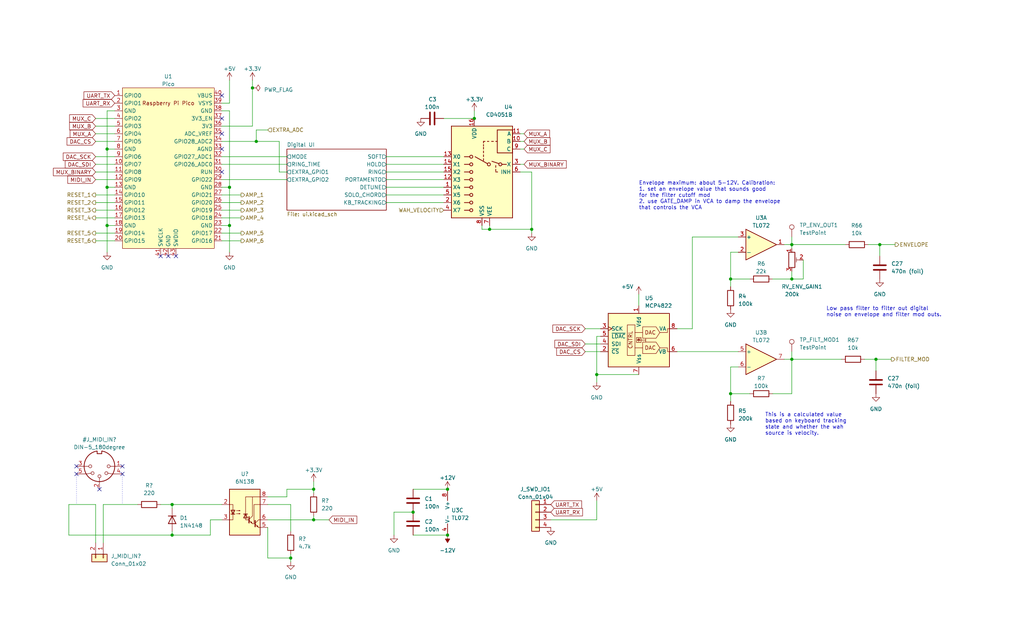
<source format=kicad_sch>
(kicad_sch (version 20230121) (generator eeschema)
  (paper "User" 340.004 210.007)
  (lib_symbols
    (symbol "+3.3V_1" (power) (pin_names (offset 0))
      (property "Value" "+3.3V_1" (at 0 3.556 0))
      (symbol "+3.3V_1_0_1"
        (polyline (pts (xy -0.762 1.27) (xy 0 2.54)))
        (polyline (pts (xy 0 0) (xy 0 2.54)))
        (polyline (pts (xy 0 2.54) (xy 0.762 1.27)))
      )
      (symbol "+3.3V_1_1_1"
        (pin power_in line (at 0 0 90) (length 0) hide (name "+3.3V") (number "1"))
      )
    )
    (symbol "Amplifier_Operational:TL072" (pin_names (offset 0.127))
      (property "Reference" "U" (at 0 5.08 0))
      (property "Value" "TL072" (at 0 -5.08 0))
      (symbol "TL072_1_1"
        (polyline (pts (xy -5.08 5.08) (xy 5.08 0) (xy -5.08 -5.08) (xy -5.08 5.08)) (stroke (width 0.254)) (fill (type background)))
        (pin output line (at 7.62 0 180) (length 2.54) (name "~") (number "1"))
        (pin input line (at -7.62 -2.54 0) (length 2.54) (name "-") (number "2"))
        (pin input line (at -7.62 2.54 0) (length 2.54) (name "+") (number "3"))
      )
      (symbol "TL072_2_1"
        (polyline (pts (xy -5.08 5.08) (xy 5.08 0) (xy -5.08 -5.08) (xy -5.08 5.08)) (stroke (width 0.254)) (fill (type background)))
        (pin input line (at -7.62 2.54 0) (length 2.54) (name "+") (number "5"))
        (pin input line (at -7.62 -2.54 0) (length 2.54) (name "-") (number "6"))
        (pin output line (at 7.62 0 180) (length 2.54) (name "~") (number "7"))
      )
      (symbol "TL072_3_1"
        (pin power_in line (at -2.54 -7.62 90) (length 3.81) (name "V-") (number "4"))
        (pin power_in line (at -2.54 7.62 270) (length 3.81) (name "V+") (number "8"))
      )
    )
    (symbol "Analog_DAC:MCP4822" (pin_names (offset 1.016))
      (property "Reference" "U" (at -2.54 10.795 0))
      (property "Value" "MCP4822" (at -2.54 8.89 0))
      (symbol "MCP4822_0_0"
        (polyline (pts (xy 0 -1.778) (xy 0 -0.635)))
        (polyline (pts (xy 0.381 -0.889) (xy 0.508 -0.762)))
        (polyline (pts (xy 2.286 -1.143) (xy 2.286 -1.905)))
        (polyline (pts (xy 0.381 -0.889) (xy -0.381 -0.889) (xy -0.508 -1.016)))
        (polyline (pts (xy 0.762 -1.27) (xy 2.286 -1.27) (xy 2.286 -0.762)))
        (polyline (pts (xy 0 -0.889) (xy 0.508 -1.397) (xy -0.508 -1.397) (xy 0 -0.889)))
        (polyline (pts (xy 6.985 -3.81) (xy 9.525 -3.81) (xy 9.525 -5.08) (xy 10.16 -5.08)))
        (polyline (pts (xy 6.985 1.27) (xy 9.525 1.27) (xy 9.525 2.54) (xy 10.16 2.54)))
        (rectangle (start 0.762 -0.381) (end -0.762 -2.032))
        (text "CNTRL" (at -2.032 -4.191 900) (effects (font (size 1.27 1.27)) (justify left bottom)))
        (text "DAC" (at 3.81 -3.81 0) (effects (font (size 1.27 1.27))))
        (text "DAC" (at 3.81 1.27 0) (effects (font (size 1.27 1.27))))
      )
      (symbol "MCP4822_0_1"
        (rectangle (start -10.16 7.62) (end 10.16 -10.16) (stroke (width 0.254)) (fill (type background)))
        (rectangle (start -1.27 -6.35) (end -3.81 3.81))
        (polyline (pts (xy 1.27 -3.81) (xy -1.27 -3.81)))
        (polyline (pts (xy 1.27 1.27) (xy -1.27 1.27)))
        (polyline (pts (xy 6.985 -3.81) (xy 5.715 -1.905) (xy 1.27 -1.905) (xy 1.27 -5.715) (xy 5.715 -5.715) (xy 6.985 -3.81)))
        (polyline (pts (xy 6.985 1.27) (xy 5.715 3.175) (xy 1.27 3.175) (xy 1.27 -0.635) (xy 5.715 -0.635) (xy 6.985 1.27)))
      )
      (symbol "MCP4822_1_1"
        (pin power_in line (at 0 10.16 270) (length 2.54) (name "Vdd") (number "1"))
        (pin input line (at -12.7 -5.08 0) (length 2.54) (name "~{CS}") (number "2"))
        (pin input clock (at -12.7 2.54 0) (length 2.54) (name "SCK") (number "3"))
        (pin input line (at -12.7 -2.54 0) (length 2.54) (name "SDI") (number "4"))
        (pin input line (at -12.7 0 0) (length 2.54) (name "~{LDAC}") (number "5"))
        (pin output line (at 12.7 -5.08 180) (length 2.54) (name "VB") (number "6"))
        (pin power_in line (at 0 -12.7 90) (length 2.54) (name "Vss") (number "7"))
        (pin output line (at 12.7 2.54 180) (length 2.54) (name "VA") (number "8"))
      )
    )
    (symbol "Analog_Switch:CD4051B"
      (property "Reference" "U" (at -10.16 16.51 0))
      (property "Value" "CD4051B" (at 3.81 16.51 0))
      (symbol "CD4051B_0_1"
        (rectangle (start -10.16 6.35) (end -5.08 13.97) (stroke (width 0.254)))
        (rectangle (start -10.16 15.24) (end 10.16 -15.24) (stroke (width 0.254)) (fill (type background)))
        (circle (center -6.096 2.54) (radius 0.508) (stroke (width 0.254)))
        (circle (center -2.286 2.54) (radius 0.508) (stroke (width 0.254)))
        (polyline (pts (xy -8.128 2.54) (xy -6.604 2.54)) (stroke (width 0.254)))
        (polyline (pts (xy -5.588 2.794) (xy -3.302 3.556)) (stroke (width 0.254)))
        (polyline (pts (xy -4.572 0) (xy -5.207 0)) (stroke (width 0.254)))
        (polyline (pts (xy -4.572 0.254) (xy -4.572 0.889)) (stroke (width 0.254)))
        (polyline (pts (xy -4.572 1.524) (xy -4.572 2.159)) (stroke (width 0.254)))
        (polyline (pts (xy -4.572 10.16) (xy -5.08 10.16)) (stroke (width 0.254)))
        (polyline (pts (xy -3.81 10.16) (xy -3.175 10.16)) (stroke (width 0.254)))
        (polyline (pts (xy -1.778 2.794) (xy 2.286 5.08)) (stroke (width 0.254)))
        (polyline (pts (xy -1.778 10.16) (xy -2.286 10.16)) (stroke (width 0.254)))
        (polyline (pts (xy -0.508 3.81) (xy -0.508 4.445)) (stroke (width 0.254)))
        (polyline (pts (xy -0.508 5.08) (xy -0.508 5.715)) (stroke (width 0.254)))
        (polyline (pts (xy -0.508 6.35) (xy -0.508 6.985)) (stroke (width 0.254)))
        (polyline (pts (xy -0.508 7.62) (xy -0.508 8.255)) (stroke (width 0.254)))
        (polyline (pts (xy -0.508 8.636) (xy -0.508 9.144)) (stroke (width 0.254)))
        (polyline (pts (xy -0.508 9.652) (xy -0.508 10.16)) (stroke (width 0.254)))
        (polyline (pts (xy -0.508 10.16) (xy -1.016 10.16)) (stroke (width 0.254)))
        (polyline (pts (xy 4.064 -12.7) (xy 5.842 -12.7)) (stroke (width 0.254)))
        (polyline (pts (xy 4.064 -10.16) (xy 5.842 -10.16)) (stroke (width 0.254)))
        (polyline (pts (xy 4.064 -7.62) (xy 5.842 -7.62)) (stroke (width 0.254)))
        (polyline (pts (xy 4.064 -5.08) (xy 5.842 -5.08)) (stroke (width 0.254)))
        (polyline (pts (xy 4.064 -2.54) (xy 5.842 -2.54)) (stroke (width 0.254)))
        (polyline (pts (xy 4.064 0) (xy 5.842 0)) (stroke (width 0.254)))
        (polyline (pts (xy 4.064 2.54) (xy 5.842 2.54)) (stroke (width 0.254)))
        (polyline (pts (xy 4.064 5.08) (xy 5.842 5.08)) (stroke (width 0.254)))
        (circle (center 3.556 -12.7) (radius 0.508) (stroke (width 0.254)))
        (circle (center 3.556 -10.16) (radius 0.508) (stroke (width 0.254)))
        (circle (center 3.556 -7.62) (radius 0.508) (stroke (width 0.254)))
        (circle (center 3.556 -5.08) (radius 0.508) (stroke (width 0.254)))
        (circle (center 3.556 -2.54) (radius 0.508) (stroke (width 0.254)))
        (circle (center 3.556 0) (radius 0.508) (stroke (width 0.254)))
        (circle (center 3.556 2.54) (radius 0.508) (stroke (width 0.254)))
        (circle (center 3.556 5.08) (radius 0.508) (stroke (width 0.254)))
      )
      (symbol "CD4051B_1_1"
        (pin bidirectional line (at 12.7 -5.08 180) (length 2.54) (name "X4") (number "1"))
        (pin input line (at -12.7 10.16 0) (length 2.54) (name "B") (number "10"))
        (pin input line (at -12.7 12.7 0) (length 2.54) (name "A") (number "11"))
        (pin bidirectional line (at 12.7 -2.54 180) (length 2.54) (name "X3") (number "12"))
        (pin bidirectional line (at 12.7 5.08 180) (length 2.54) (name "X0") (number "13"))
        (pin bidirectional line (at 12.7 2.54 180) (length 2.54) (name "X1") (number "14"))
        (pin bidirectional line (at 12.7 0 180) (length 2.54) (name "X2") (number "15"))
        (pin power_in line (at 2.54 17.78 270) (length 2.54) (name "VDD") (number "16"))
        (pin bidirectional line (at 12.7 -10.16 180) (length 2.54) (name "X6") (number "2"))
        (pin bidirectional line (at -12.7 2.54 0) (length 2.54) (name "X") (number "3"))
        (pin bidirectional line (at 12.7 -12.7 180) (length 2.54) (name "X7") (number "4"))
        (pin bidirectional line (at 12.7 -7.62 180) (length 2.54) (name "X5") (number "5"))
        (pin input line (at -12.7 0 0) (length 2.54) (name "INH") (number "6"))
        (pin power_in line (at -2.54 -17.78 90) (length 2.54) (name "VEE") (number "7"))
        (pin power_in line (at 0 -17.78 90) (length 2.54) (name "VSS") (number "8"))
        (pin input line (at -12.7 7.62 0) (length 2.54) (name "C") (number "9"))
      )
    )
    (symbol "Connector:DIN-5_180degree" (pin_names (offset 1.016))
      (property "Reference" "J" (at 3.175 5.715 0))
      (property "Value" "DIN-5_180degree" (at 0 -6.35 0))
      (symbol "DIN-5_180degree_0_1"
        (arc (start -5.08 0) (mid -3.8609 -3.3364) (end -0.762 -5.08) (stroke (width 0.254)))
        (circle (center -3.048 0) (radius 0.508))
        (circle (center -2.286 2.286) (radius 0.508))
        (polyline (pts (xy -5.08 0) (xy -3.556 0)))
        (polyline (pts (xy 0 5.08) (xy 0 3.81)))
        (polyline (pts (xy 5.08 0) (xy 3.556 0)))
        (polyline (pts (xy -5.08 2.54) (xy -4.318 2.54) (xy -2.794 2.286)))
        (polyline (pts (xy 5.08 2.54) (xy 4.318 2.54) (xy 2.794 2.286)))
        (polyline (pts (xy -0.762 -4.953) (xy -0.762 -4.191) (xy 0.762 -4.191) (xy 0.762 -4.953)) (stroke (width 0.254)))
        (circle (center 0 3.302) (radius 0.508))
        (arc (start 0.762 -5.08) (mid 3.8685 -3.343) (end 5.08 0) (stroke (width 0.254)))
        (circle (center 2.286 2.286) (radius 0.508))
        (circle (center 3.048 0) (radius 0.508))
        (arc (start 5.08 0) (mid 0 5.0579) (end -5.08 0) (stroke (width 0.254)))
      )
      (symbol "DIN-5_180degree_1_1"
        (pin passive line (at -7.62 0 0) (length 2.54) (name "~") (number "1"))
        (pin passive line (at 0 7.62 270) (length 2.54) (name "~") (number "2"))
        (pin passive line (at 7.62 0 180) (length 2.54) (name "~") (number "3"))
        (pin passive line (at -7.62 2.54 0) (length 2.54) (name "~") (number "4"))
        (pin passive line (at 7.62 2.54 180) (length 2.54) (name "~") (number "5"))
      )
    )
    (symbol "Connector:TestPoint" (pin_numbers hide) (pin_names (offset 0.762) hide)
      (property "Reference" "TP" (at 0 6.858 0))
      (property "Value" "TestPoint" (at 0 5.08 0))
      (symbol "TestPoint_0_1"
        (circle (center 0 3.302) (radius 0.762))
      )
      (symbol "TestPoint_1_1"
        (pin passive line (at 0 0 90) (length 2.54) (name "1") (number "1"))
      )
    )
    (symbol "Connector_Generic:Conn_01x02" (pin_names (offset 1.016) hide)
      (property "Reference" "J" (at 0 2.54 0))
      (property "Value" "Conn_01x02" (at 0 -5.08 0))
      (symbol "Conn_01x02_1_1"
        (rectangle (start -1.27 -2.413) (end 0 -2.667) (stroke (width 0.1524)))
        (rectangle (start -1.27 0.127) (end 0 -0.127) (stroke (width 0.1524)))
        (rectangle (start -1.27 1.27) (end 1.27 -3.81) (stroke (width 0.254)) (fill (type background)))
        (pin passive line (at -5.08 0 0) (length 3.81) (name "Pin_1") (number "1"))
        (pin passive line (at -5.08 -2.54 0) (length 3.81) (name "Pin_2") (number "2"))
      )
    )
    (symbol "Connector_Generic:Conn_01x04" (pin_names (offset 1.016) hide)
      (property "Reference" "J" (at 0 5.08 0))
      (property "Value" "Conn_01x04" (at 0 -7.62 0))
      (symbol "Conn_01x04_1_1"
        (rectangle (start -1.27 -4.953) (end 0 -5.207) (stroke (width 0.1524)))
        (rectangle (start -1.27 -2.413) (end 0 -2.667) (stroke (width 0.1524)))
        (rectangle (start -1.27 0.127) (end 0 -0.127) (stroke (width 0.1524)))
        (rectangle (start -1.27 2.667) (end 0 2.413) (stroke (width 0.1524)))
        (rectangle (start -1.27 3.81) (end 1.27 -6.35) (stroke (width 0.254)) (fill (type background)))
        (pin passive line (at -5.08 2.54 0) (length 3.81) (name "Pin_1") (number "1"))
        (pin passive line (at -5.08 0 0) (length 3.81) (name "Pin_2") (number "2"))
        (pin passive line (at -5.08 -2.54 0) (length 3.81) (name "Pin_3") (number "3"))
        (pin passive line (at -5.08 -5.08 0) (length 3.81) (name "Pin_4") (number "4"))
      )
    )
    (symbol "Device:C" (pin_numbers hide) (pin_names (offset 0.254))
      (property "Reference" "C" (at 0.635 2.54 0))
      (property "Value" "C" (at 0.635 -2.54 0))
      (symbol "C_0_1"
        (polyline (pts (xy -2.032 -0.762) (xy 2.032 -0.762)) (stroke (width 0.508)))
        (polyline (pts (xy -2.032 0.762) (xy 2.032 0.762)) (stroke (width 0.508)))
      )
      (symbol "C_1_1"
        (pin passive line (at 0 3.81 270) (length 2.794) (name "~") (number "1"))
        (pin passive line (at 0 -3.81 90) (length 2.794) (name "~") (number "2"))
      )
    )
    (symbol "Device:D" (pin_numbers hide) (pin_names (offset 1.016) hide)
      (property "Reference" "D" (at 0 2.54 0))
      (property "Value" "D" (at 0 -2.54 0))
      (symbol "D_0_1"
        (polyline (pts (xy -1.27 1.27) (xy -1.27 -1.27)) (stroke (width 0.254)))
        (polyline (pts (xy 1.27 0) (xy -1.27 0)))
        (polyline (pts (xy 1.27 1.27) (xy 1.27 -1.27) (xy -1.27 0) (xy 1.27 1.27)) (stroke (width 0.254)))
      )
      (symbol "D_1_1"
        (pin passive line (at -3.81 0 0) (length 2.54) (name "K") (number "1"))
        (pin passive line (at 3.81 0 180) (length 2.54) (name "A") (number "2"))
      )
    )
    (symbol "Device:R" (pin_numbers hide) (pin_names (offset 0))
      (property "Reference" "R" (at 2.032 0 90))
      (property "Value" "R" (at 0 0 90))
      (symbol "R_0_1"
        (rectangle (start -1.016 -2.54) (end 1.016 2.54) (stroke (width 0.254)))
      )
      (symbol "R_1_1"
        (pin passive line (at 0 3.81 270) (length 1.27) (name "~") (number "1"))
        (pin passive line (at 0 -3.81 90) (length 1.27) (name "~") (number "2"))
      )
    )
    (symbol "Device:R_Potentiometer_Trim" (pin_names (offset 1.016) hide)
      (property "Reference" "RV" (at -4.445 0 90))
      (property "Value" "R_Potentiometer_Trim" (at -2.54 0 90))
      (symbol "R_Potentiometer_Trim_0_1"
        (polyline (pts (xy 1.524 0.762) (xy 1.524 -0.762)))
        (polyline (pts (xy 2.54 0) (xy 1.524 0)))
        (rectangle (start 1.016 2.54) (end -1.016 -2.54) (stroke (width 0.254)))
      )
      (symbol "R_Potentiometer_Trim_1_1"
        (pin passive line (at 0 3.81 270) (length 1.27) (name "1") (number "1"))
        (pin passive line (at 3.81 0 180) (length 1.27) (name "2") (number "2"))
        (pin passive line (at 0 -3.81 90) (length 1.27) (name "3") (number "3"))
      )
    )
    (symbol "Isolator:6N138" (pin_names (offset 1.016) hide)
      (property "Reference" "U" (at -4.064 8.89 0))
      (property "Value" "6N138" (at 2.286 8.89 0))
      (symbol "6N138_0_1"
        (rectangle (start -5.08 7.62) (end 5.08 -7.62) (stroke (width 0.254)) (fill (type background)))
        (polyline (pts (xy -4.572 -0.635) (xy -3.302 -0.635)) (stroke (width 0.254)))
        (polyline (pts (xy 0.889 -0.635) (xy -0.381 -0.635)) (stroke (width 0.254)))
        (polyline (pts (xy 1.397 -2.667) (xy 2.54 -3.81)))
        (polyline (pts (xy 1.397 -2.413) (xy 2.54 -1.27)))
        (polyline (pts (xy 2.54 -3.81) (xy 3.175 -3.81)))
        (polyline (pts (xy 3.429 -3.937) (xy 4.572 -5.08)))
        (polyline (pts (xy 3.429 -3.683) (xy 4.572 -2.54)))
        (polyline (pts (xy 4.572 -5.08) (xy 5.08 -5.08)))
        (polyline (pts (xy 4.572 -2.54) (xy 5.08 -2.54)))
        (polyline (pts (xy 1.397 -1.524) (xy 1.397 -3.556) (xy 1.397 -3.556)) (stroke (width 0.3556)))
        (polyline (pts (xy 2.54 -1.27) (xy 2.54 5.08) (xy 5.08 5.08)))
        (polyline (pts (xy 3.429 -2.794) (xy 3.429 -4.826) (xy 3.429 -4.826)) (stroke (width 0.3556)))
        (polyline (pts (xy 5.08 2.54) (xy 3.048 2.54) (xy 3.048 -3.81)))
        (polyline (pts (xy -5.08 -2.54) (xy -3.937 -2.54) (xy -3.937 2.54) (xy -5.08 2.54)))
        (polyline (pts (xy -3.937 -0.635) (xy -4.572 0.635) (xy -3.302 0.635) (xy -3.937 -0.635)) (stroke (width 0.254)))
        (polyline (pts (xy 0.254 -0.635) (xy 0.889 -1.905) (xy -0.381 -1.905) (xy 0.254 -0.635)) (stroke (width 0.254)))
        (polyline (pts (xy 1.27 -2.54) (xy 0.254 -2.54) (xy 0.254 5.08) (xy 2.54 5.08)))
        (polyline (pts (xy 2.413 -3.683) (xy 2.159 -3.175) (xy 1.905 -3.429) (xy 2.413 -3.683)))
        (polyline (pts (xy 4.445 -4.953) (xy 4.191 -4.445) (xy 3.937 -4.699) (xy 4.445 -4.953)))
        (polyline (pts (xy -2.794 -0.508) (xy -1.524 -0.508) (xy -1.905 -0.635) (xy -1.905 -0.381) (xy -1.524 -0.508)))
        (polyline (pts (xy -2.794 0.508) (xy -1.524 0.508) (xy -1.905 0.381) (xy -1.905 0.635) (xy -1.524 0.508)))
      )
      (symbol "6N138_1_1"
        (pin no_connect line (at -5.08 5.08 0) (length 2.54) hide (name "NC") (number "1"))
        (pin passive line (at -7.62 2.54 0) (length 2.54) (name "C1") (number "2"))
        (pin passive line (at -7.62 -2.54 0) (length 2.54) (name "C2") (number "3"))
        (pin no_connect line (at -5.08 -5.08 0) (length 2.54) hide (name "NC") (number "4"))
        (pin passive line (at 7.62 -5.08 180) (length 2.54) (name "GND") (number "5"))
        (pin passive line (at 7.62 -2.54 180) (length 2.54) (name "VO2") (number "6"))
        (pin passive line (at 7.62 2.54 180) (length 2.54) (name "VO1") (number "7"))
        (pin passive line (at 7.62 5.08 180) (length 2.54) (name "VCC") (number "8"))
      )
    )
    (symbol "MCU_RaspberryPi_and_Boards:Pico"
      (property "Reference" "U" (at -13.97 27.94 0))
      (property "Value" "Pico" (at 0 19.05 0))
      (symbol "Pico_0_0"
        (text "Raspberry Pi Pico" (at 0 21.59 0) (effects (font (size 1.27 1.27))))
      )
      (symbol "Pico_0_1"
        (rectangle (start -15.24 26.67) (end 15.24 -26.67) (fill (type background)))
      )
      (symbol "Pico_1_1"
        (pin bidirectional line (at -17.78 24.13 0) (length 2.54) (name "GPIO0") (number "1"))
        (pin bidirectional line (at -17.78 1.27 0) (length 2.54) (name "GPIO7") (number "10"))
        (pin bidirectional line (at -17.78 -1.27 0) (length 2.54) (name "GPIO8") (number "11"))
        (pin bidirectional line (at -17.78 -3.81 0) (length 2.54) (name "GPIO9") (number "12"))
        (pin power_in line (at -17.78 -6.35 0) (length 2.54) (name "GND") (number "13"))
        (pin bidirectional line (at -17.78 -8.89 0) (length 2.54) (name "GPIO10") (number "14"))
        (pin bidirectional line (at -17.78 -11.43 0) (length 2.54) (name "GPIO11") (number "15"))
        (pin bidirectional line (at -17.78 -13.97 0) (length 2.54) (name "GPIO12") (number "16"))
        (pin bidirectional line (at -17.78 -16.51 0) (length 2.54) (name "GPIO13") (number "17"))
        (pin power_in line (at -17.78 -19.05 0) (length 2.54) (name "GND") (number "18"))
        (pin bidirectional line (at -17.78 -21.59 0) (length 2.54) (name "GPIO14") (number "19"))
        (pin bidirectional line (at -17.78 21.59 0) (length 2.54) (name "GPIO1") (number "2"))
        (pin bidirectional line (at -17.78 -24.13 0) (length 2.54) (name "GPIO15") (number "20"))
        (pin bidirectional line (at 17.78 -24.13 180) (length 2.54) (name "GPIO16") (number "21"))
        (pin bidirectional line (at 17.78 -21.59 180) (length 2.54) (name "GPIO17") (number "22"))
        (pin power_in line (at 17.78 -19.05 180) (length 2.54) (name "GND") (number "23"))
        (pin bidirectional line (at 17.78 -16.51 180) (length 2.54) (name "GPIO18") (number "24"))
        (pin bidirectional line (at 17.78 -13.97 180) (length 2.54) (name "GPIO19") (number "25"))
        (pin bidirectional line (at 17.78 -11.43 180) (length 2.54) (name "GPIO20") (number "26"))
        (pin bidirectional line (at 17.78 -8.89 180) (length 2.54) (name "GPIO21") (number "27"))
        (pin power_in line (at 17.78 -6.35 180) (length 2.54) (name "GND") (number "28"))
        (pin bidirectional line (at 17.78 -3.81 180) (length 2.54) (name "GPIO22") (number "29"))
        (pin power_in line (at -17.78 19.05 0) (length 2.54) (name "GND") (number "3"))
        (pin input line (at 17.78 -1.27 180) (length 2.54) (name "RUN") (number "30"))
        (pin bidirectional line (at 17.78 1.27 180) (length 2.54) (name "GPIO26_ADC0") (number "31"))
        (pin bidirectional line (at 17.78 3.81 180) (length 2.54) (name "GPIO27_ADC1") (number "32"))
        (pin power_in line (at 17.78 6.35 180) (length 2.54) (name "AGND") (number "33"))
        (pin bidirectional line (at 17.78 8.89 180) (length 2.54) (name "GPIO28_ADC2") (number "34"))
        (pin power_in line (at 17.78 11.43 180) (length 2.54) (name "ADC_VREF") (number "35"))
        (pin power_in line (at 17.78 13.97 180) (length 2.54) (name "3V3") (number "36"))
        (pin input line (at 17.78 16.51 180) (length 2.54) (name "3V3_EN") (number "37"))
        (pin bidirectional line (at 17.78 19.05 180) (length 2.54) (name "GND") (number "38"))
        (pin power_in line (at 17.78 21.59 180) (length 2.54) (name "VSYS") (number "39"))
        (pin bidirectional line (at -17.78 16.51 0) (length 2.54) (name "GPIO2") (number "4"))
        (pin power_in line (at 17.78 24.13 180) (length 2.54) (name "VBUS") (number "40"))
        (pin input line (at -2.54 -29.21 90) (length 2.54) (name "SWCLK") (number "41"))
        (pin power_in line (at 0 -29.21 90) (length 2.54) (name "GND") (number "42"))
        (pin bidirectional line (at 2.54 -29.21 90) (length 2.54) (name "SWDIO") (number "43"))
        (pin bidirectional line (at -17.78 13.97 0) (length 2.54) (name "GPIO3") (number "5"))
        (pin bidirectional line (at -17.78 11.43 0) (length 2.54) (name "GPIO4") (number "6"))
        (pin bidirectional line (at -17.78 8.89 0) (length 2.54) (name "GPIO5") (number "7"))
        (pin power_in line (at -17.78 6.35 0) (length 2.54) (name "GND") (number "8"))
        (pin bidirectional line (at -17.78 3.81 0) (length 2.54) (name "GPIO6") (number "9"))
      )
    )
    (symbol "power:+12V" (power) (pin_names (offset 0))
      (property "Value" "+12V" (at 0 3.556 0))
      (symbol "+12V_0_1"
        (polyline (pts (xy -0.762 1.27) (xy 0 2.54)))
        (polyline (pts (xy 0 0) (xy 0 2.54)))
        (polyline (pts (xy 0 2.54) (xy 0.762 1.27)))
      )
      (symbol "+12V_1_1"
        (pin power_in line (at 0 0 90) (length 0) hide (name "+12V") (number "1"))
      )
    )
    (symbol "power:+5V" (power) (pin_names (offset 0))
      (property "Value" "+5V" (at 0 3.556 0))
      (symbol "+5V_0_1"
        (polyline (pts (xy -0.762 1.27) (xy 0 2.54)))
        (polyline (pts (xy 0 0) (xy 0 2.54)))
        (polyline (pts (xy 0 2.54) (xy 0.762 1.27)))
      )
      (symbol "+5V_1_1"
        (pin power_in line (at 0 0 90) (length 0) hide (name "+5V") (number "1"))
      )
    )
    (symbol "power:-12V" (power) (pin_names (offset 0))
      (property "Value" "-12V" (at 0 3.81 0))
      (symbol "-12V_0_0"
        (pin power_in line (at 0 0 90) (length 0) hide (name "-12V") (number "1"))
      )
      (symbol "-12V_0_1"
        (polyline (pts (xy 0 0) (xy 0 1.27) (xy 0.762 1.27) (xy 0 2.54) (xy -0.762 1.27) (xy 0 1.27)) (fill (type outline)))
      )
    )
    (symbol "power:GND" (power) (pin_names (offset 0))
      (property "Value" "GND" (at 0 -3.81 0))
      (symbol "GND_0_1"
        (polyline (pts (xy 0 0) (xy 0 -1.27) (xy 1.27 -1.27) (xy 0 -2.54) (xy -1.27 -1.27) (xy 0 -1.27)))
      )
      (symbol "GND_1_1"
        (pin power_in line (at 0 0 270) (length 0) hide (name "GND") (number "1"))
      )
    )
    (symbol "power:PWR_FLAG" (power) (pin_numbers hide) (pin_names (offset 0) hide)
      (property "Value" "PWR_FLAG" (at 0 3.81 0))
      (symbol "PWR_FLAG_0_0"
        (pin power_out line (at 0 0 90) (length 0) (name "pwr") (number "1"))
      )
      (symbol "PWR_FLAG_0_1"
        (polyline (pts (xy 0 0) (xy 0 1.27) (xy -1.016 1.905) (xy 0 2.54) (xy 1.016 1.905) (xy 0 1.27)))
      )
    )
  )
  (junction (at 242.57 130.81))
  (junction (at 162.56 76.2))
  (junction (at 262.89 81.28))
  (junction (at 76.2 62.23))
  (junction (at 35.56 49.53))
  (junction (at 35.56 74.93))
  (junction (at 85.09 46.99))
  (junction (at 57.15 177.8))
  (junction (at 76.2 74.93))
  (junction (at 262.89 92.71))
  (junction (at 290.83 119.38))
  (junction (at 292.1 81.28))
  (junction (at 104.14 172.72))
  (junction (at 242.57 92.71))
  (junction (at 57.15 167.64))
  (junction (at 176.53 76.2))
  (junction (at 104.14 162.56))
  (junction (at 157.48 39.37))
  (junction (at 148.59 177.8))
  (junction (at 96.52 185.42))
  (junction (at 198.12 124.46))
  (junction (at 148.59 162.56))
  (junction (at 83.82 29.21))
  (junction (at 137.16 170.18))
  (junction (at 35.56 62.23))
  (junction (at 262.89 119.38))
  (no_connect (at 33.02 162.56))
  (no_connect (at 25.4 157.48))
  (no_connect (at 73.66 49.53))
  (no_connect (at 25.4 154.94))
  (no_connect (at 40.64 157.48))
  (no_connect (at 73.66 57.15))
  (no_connect (at 73.66 44.45))
  (no_connect (at 40.64 154.94))
  (no_connect (at 53.34 85.09))
  (no_connect (at 73.66 31.75))
  (no_connect (at 58.42 85.09))
  (no_connect (at 73.66 39.37))
  (no_connect (at 55.88 85.09))
  (wire (pts (xy 88.9 165.1) (xy 95.25 165.1)))
  (wire (pts (xy 128.27 57.15) (xy 147.32 57.15)))
  (wire (pts (xy 73.66 52.07) (xy 95.25 52.07)))
  (wire (pts (xy 88.9 167.64) (xy 96.52 167.64)))
  (wire (pts (xy 194.31 114.3) (xy 199.39 114.3)))
  (wire (pts (xy 194.31 116.84) (xy 199.39 116.84)))
  (wire (pts (xy 245.11 78.74) (xy 229.87 78.74)))
  (wire (pts (xy 198.12 124.46) (xy 198.12 127)))
  (wire (pts (xy 260.35 81.28) (xy 262.89 81.28)))
  (wire (pts (xy 128.27 62.23) (xy 147.32 62.23)))
  (wire (pts (xy 162.56 74.93) (xy 162.56 76.2)))
  (wire (pts (xy 245.11 121.92) (xy 242.57 121.92)))
  (wire (pts (xy 85.09 46.99) (xy 92.71 46.99)))
  (wire (pts (xy 83.82 29.21) (xy 83.82 41.91)))
  (wire (pts (xy 35.56 36.83) (xy 38.1 36.83)))
  (polyline (pts (xy 25.4 157.48) (xy 25.4 167.64)) (stroke (width 0) (type dot)))
  (wire (pts (xy 242.57 130.81) (xy 248.92 130.81)))
  (wire (pts (xy 73.66 64.77) (xy 80.01 64.77)))
  (wire (pts (xy 95.25 165.1) (xy 95.25 162.56)))
  (wire (pts (xy 88.9 185.42) (xy 96.52 185.42)))
  (wire (pts (xy 172.72 57.15) (xy 176.53 57.15)))
  (wire (pts (xy 88.9 175.26) (xy 88.9 185.42)))
  (wire (pts (xy 198.12 124.46) (xy 212.09 124.46)))
  (wire (pts (xy 198.12 172.72) (xy 182.88 172.72)))
  (wire (pts (xy 162.56 76.2) (xy 176.53 76.2)))
  (wire (pts (xy 80.01 69.85) (xy 73.66 69.85)))
  (wire (pts (xy 57.15 177.8) (xy 22.86 177.8)))
  (wire (pts (xy 76.2 74.93) (xy 73.66 74.93)))
  (wire (pts (xy 80.01 80.01) (xy 73.66 80.01)))
  (wire (pts (xy 130.81 170.18) (xy 137.16 170.18)))
  (wire (pts (xy 224.79 116.84) (xy 245.11 116.84)))
  (wire (pts (xy 57.15 176.53) (xy 57.15 177.8)))
  (wire (pts (xy 262.89 78.74) (xy 262.89 81.28)))
  (wire (pts (xy 73.66 54.61) (xy 95.25 54.61)))
  (wire (pts (xy 92.71 57.15) (xy 95.25 57.15)))
  (wire (pts (xy 31.75 72.39) (xy 38.1 72.39)))
  (wire (pts (xy 292.1 81.28) (xy 292.1 85.09)))
  (wire (pts (xy 290.83 119.38) (xy 290.83 123.19)))
  (wire (pts (xy 157.48 36.83) (xy 157.48 39.37)))
  (wire (pts (xy 262.89 116.84) (xy 262.89 119.38)))
  (wire (pts (xy 287.02 119.38) (xy 290.83 119.38)))
  (wire (pts (xy 73.66 67.31) (xy 80.01 67.31)))
  (wire (pts (xy 80.01 77.47) (xy 73.66 77.47)))
  (wire (pts (xy 35.56 74.93) (xy 35.56 62.23)))
  (wire (pts (xy 172.72 54.61) (xy 173.99 54.61)))
  (wire (pts (xy 137.16 162.56) (xy 148.59 162.56)))
  (wire (pts (xy 128.27 52.07) (xy 147.32 52.07)))
  (wire (pts (xy 31.75 77.47) (xy 38.1 77.47)))
  (wire (pts (xy 242.57 83.82) (xy 242.57 92.71)))
  (wire (pts (xy 69.85 177.8) (xy 57.15 177.8)))
  (wire (pts (xy 212.09 97.79) (xy 212.09 101.6)))
  (wire (pts (xy 31.75 59.69) (xy 38.1 59.69)))
  (wire (pts (xy 242.57 92.71) (xy 242.57 95.25)))
  (wire (pts (xy 35.56 49.53) (xy 35.56 36.83)))
  (polyline (pts (xy 40.64 157.48) (xy 40.64 167.64)) (stroke (width 0) (type dot)))
  (wire (pts (xy 22.86 167.64) (xy 31.75 167.64)))
  (wire (pts (xy 34.29 167.64) (xy 34.29 180.34)))
  (wire (pts (xy 128.27 64.77) (xy 147.32 64.77)))
  (wire (pts (xy 35.56 74.93) (xy 38.1 74.93)))
  (wire (pts (xy 73.66 62.23) (xy 76.2 62.23)))
  (wire (pts (xy 173.99 49.53) (xy 172.72 49.53)))
  (wire (pts (xy 31.75 52.07) (xy 38.1 52.07)))
  (wire (pts (xy 31.75 41.91) (xy 38.1 41.91)))
  (wire (pts (xy 31.75 39.37) (xy 38.1 39.37)))
  (wire (pts (xy 73.66 59.69) (xy 95.25 59.69)))
  (wire (pts (xy 73.66 172.72) (xy 69.85 172.72)))
  (wire (pts (xy 83.82 26.67) (xy 83.82 29.21)))
  (wire (pts (xy 35.56 83.82) (xy 35.56 74.93)))
  (wire (pts (xy 31.75 57.15) (xy 38.1 57.15)))
  (wire (pts (xy 34.29 167.64) (xy 45.72 167.64)))
  (wire (pts (xy 292.1 81.28) (xy 297.18 81.28)))
  (wire (pts (xy 260.35 119.38) (xy 262.89 119.38)))
  (wire (pts (xy 104.14 172.72) (xy 109.22 172.72)))
  (wire (pts (xy 92.71 46.99) (xy 92.71 57.15)))
  (wire (pts (xy 31.75 69.85) (xy 38.1 69.85)))
  (wire (pts (xy 31.75 46.99) (xy 38.1 46.99)))
  (wire (pts (xy 256.54 92.71) (xy 262.89 92.71)))
  (wire (pts (xy 85.09 43.18) (xy 85.09 46.99)))
  (wire (pts (xy 229.87 109.22) (xy 224.79 109.22)))
  (wire (pts (xy 76.2 36.83) (xy 73.66 36.83)))
  (wire (pts (xy 242.57 121.92) (xy 242.57 130.81)))
  (wire (pts (xy 229.87 78.74) (xy 229.87 109.22)))
  (wire (pts (xy 176.53 76.2) (xy 176.53 77.47)))
  (wire (pts (xy 128.27 67.31) (xy 147.32 67.31)))
  (wire (pts (xy 31.75 167.64) (xy 31.75 180.34)))
  (wire (pts (xy 173.99 44.45) (xy 172.72 44.45)))
  (wire (pts (xy 160.02 76.2) (xy 162.56 76.2)))
  (wire (pts (xy 160.02 74.93) (xy 160.02 76.2)))
  (wire (pts (xy 104.14 171.45) (xy 104.14 172.72)))
  (wire (pts (xy 157.48 39.37) (xy 147.32 39.37)))
  (wire (pts (xy 262.89 81.28) (xy 280.67 81.28)))
  (wire (pts (xy 130.81 177.8) (xy 130.81 170.18)))
  (wire (pts (xy 266.7 86.36) (xy 266.7 92.71)))
  (wire (pts (xy 262.89 81.28) (xy 262.89 82.55)))
  (wire (pts (xy 35.56 62.23) (xy 35.56 49.53)))
  (wire (pts (xy 262.89 119.38) (xy 262.89 130.81)))
  (wire (pts (xy 76.2 74.93) (xy 76.2 62.23)))
  (wire (pts (xy 198.12 166.37) (xy 198.12 172.72)))
  (wire (pts (xy 137.16 177.8) (xy 148.59 177.8)))
  (wire (pts (xy 128.27 54.61) (xy 147.32 54.61)))
  (wire (pts (xy 76.2 34.29) (xy 73.66 34.29)))
  (wire (pts (xy 31.75 67.31) (xy 38.1 67.31)))
  (wire (pts (xy 31.75 54.61) (xy 38.1 54.61)))
  (wire (pts (xy 80.01 72.39) (xy 73.66 72.39)))
  (wire (pts (xy 76.2 62.23) (xy 76.2 36.83)))
  (wire (pts (xy 288.29 81.28) (xy 292.1 81.28)))
  (wire (pts (xy 31.75 44.45) (xy 38.1 44.45)))
  (wire (pts (xy 176.53 57.15) (xy 176.53 76.2)))
  (wire (pts (xy 96.52 184.15) (xy 96.52 185.42)))
  (wire (pts (xy 69.85 172.72) (xy 69.85 177.8)))
  (wire (pts (xy 104.14 162.56) (xy 104.14 163.83)))
  (wire (pts (xy 73.66 41.91) (xy 83.82 41.91)))
  (wire (pts (xy 95.25 162.56) (xy 104.14 162.56)))
  (wire (pts (xy 35.56 62.23) (xy 38.1 62.23)))
  (wire (pts (xy 76.2 26.67) (xy 76.2 34.29)))
  (wire (pts (xy 88.9 172.72) (xy 104.14 172.72)))
  (wire (pts (xy 128.27 59.69) (xy 147.32 59.69)))
  (wire (pts (xy 53.34 167.64) (xy 57.15 167.64)))
  (wire (pts (xy 31.75 80.01) (xy 38.1 80.01)))
  (wire (pts (xy 57.15 167.64) (xy 73.66 167.64)))
  (wire (pts (xy 173.99 46.99) (xy 172.72 46.99)))
  (wire (pts (xy 290.83 119.38) (xy 295.91 119.38)))
  (wire (pts (xy 57.15 167.64) (xy 57.15 168.91)))
  (wire (pts (xy 96.52 185.42) (xy 96.52 186.69)))
  (wire (pts (xy 88.9 43.18) (xy 85.09 43.18)))
  (wire (pts (xy 242.57 92.71) (xy 248.92 92.71)))
  (wire (pts (xy 245.11 83.82) (xy 242.57 83.82)))
  (wire (pts (xy 199.39 111.76) (xy 198.12 111.76)))
  (wire (pts (xy 76.2 83.82) (xy 76.2 74.93)))
  (wire (pts (xy 242.57 130.81) (xy 242.57 133.35)))
  (wire (pts (xy 256.54 130.81) (xy 262.89 130.81)))
  (wire (pts (xy 73.66 46.99) (xy 85.09 46.99)))
  (wire (pts (xy 198.12 111.76) (xy 198.12 124.46)))
  (wire (pts (xy 262.89 119.38) (xy 279.4 119.38)))
  (wire (pts (xy 104.14 160.02) (xy 104.14 162.56)))
  (wire (pts (xy 31.75 64.77) (xy 38.1 64.77)))
  (wire (pts (xy 262.89 90.17) (xy 262.89 92.71)))
  (wire (pts (xy 96.52 167.64) (xy 96.52 176.53)))
  (wire (pts (xy 194.31 109.22) (xy 199.39 109.22)))
  (wire (pts (xy 22.86 177.8) (xy 22.86 167.64)))
  (wire (pts (xy 35.56 49.53) (xy 38.1 49.53)))
  (wire (pts (xy 266.7 92.71) (xy 262.89 92.71)))
  (text "Low pass filter to filter out digital\nnoise on envelope and filter mod outs." (at 274.32 105.41 0) (effects (font (size 1.27 1.27)) (justify left bottom)))
  (text "This is a calculated value\nbased on keyboard tracking\nstate and whether the wah\nsource is velocity." (at 254 144.78 0) (effects (font (size 1.27 1.27)) (justify left bottom)))
  (text "Envelope maximum: about 5-12V. Calibration:\n1. set an envelope value that sounds good\nfor the filter cutoff mod\n2. use GATE_DAMP in VCA to damp the envelope\nthat controls the VCA" (at 212.09 69.85 0) (effects (font (size 1.27 1.27)) (justify left bottom)))
  (global_label "UART_TX" (shape input) (at 182.88 167.64 0) (property "Intersheetrefs" "${INTERSHEET_REFS}" (effects hide)))
  (global_label "MUX_B" (shape input) (at 31.75 41.91 180) (property "Intersheetrefs" "${INTERSHEET_REFS}" (effects hide)))
  (global_label "MUX_B" (shape input) (at 173.99 46.99 0) (property "Intersheetrefs" "${INTERSHEET_REFS}" (effects hide)))
  (global_label "DAC_CS" (shape input) (at 31.75 46.99 180) (property "Intersheetrefs" "${INTERSHEET_REFS}" (effects hide)))
  (global_label "DAC_SDI" (shape input) (at 194.31 114.3 180) (property "Intersheetrefs" "${INTERSHEET_REFS}" (effects hide)))
  (global_label "MUX_A" (shape input) (at 31.75 44.45 180) (property "Intersheetrefs" "${INTERSHEET_REFS}" (effects hide)))
  (global_label "MUX_C" (shape input) (at 31.75 39.37 180) (property "Intersheetrefs" "${INTERSHEET_REFS}" (effects hide)))
  (global_label "MUX_A" (shape input) (at 173.99 44.45 0) (property "Intersheetrefs" "${INTERSHEET_REFS}" (effects hide)))
  (global_label "UART_RX" (shape input) (at 38.1 34.29 180) (property "Intersheetrefs" "${INTERSHEET_REFS}" (effects hide)))
  (global_label "DAC_CS" (shape input) (at 194.31 116.84 180) (property "Intersheetrefs" "${INTERSHEET_REFS}" (effects hide)))
  (global_label "MUX_BINARY" (shape input) (at 173.99 54.61 0) (property "Intersheetrefs" "${INTERSHEET_REFS}" (effects hide)))
  (global_label "UART_RX" (shape input) (at 182.88 170.18 0) (property "Intersheetrefs" "${INTERSHEET_REFS}" (effects hide)))
  (global_label "MUX_BINARY" (shape input) (at 31.75 57.15 180) (property "Intersheetrefs" "${INTERSHEET_REFS}" (effects hide)))
  (global_label "DAC_SDI" (shape input) (at 31.75 54.61 180) (property "Intersheetrefs" "${INTERSHEET_REFS}" (effects hide)))
  (global_label "DAC_SCK" (shape input) (at 194.31 109.22 180) (property "Intersheetrefs" "${INTERSHEET_REFS}" (effects hide)))
  (global_label "MUX_C" (shape input) (at 173.99 49.53 0) (property "Intersheetrefs" "${INTERSHEET_REFS}" (effects hide)))
  (global_label "MIDI_IN" (shape input) (at 109.22 172.72 0) (property "Intersheetrefs" "${INTERSHEET_REFS}" (effects hide)))
  (global_label "MIDI_IN" (shape input) (at 31.75 59.69 180) (property "Intersheetrefs" "${INTERSHEET_REFS}" (effects hide)))
  (global_label "UART_TX" (shape input) (at 38.1 31.75 180) (property "Intersheetrefs" "${INTERSHEET_REFS}" (effects hide)))
  (global_label "DAC_SCK" (shape input) (at 31.75 52.07 180) (property "Intersheetrefs" "${INTERSHEET_REFS}" (effects hide)))
  (hierarchical_label "ENVELOPE" (shape output) (at 297.18 81.28 0))
  (hierarchical_label "AMP_2" (shape output) (at 80.01 67.31 0))
  (hierarchical_label "RESET_3" (shape output) (at 31.75 69.85 180))
  (hierarchical_label "RESET_5" (shape output) (at 31.75 77.47 180))
  (hierarchical_label "RESET_6" (shape output) (at 31.75 80.01 180))
  (hierarchical_label "WAH_VELOCITY" (shape input) (at 147.32 69.85 180))
  (hierarchical_label "EXTRA_ADC" (shape input) (at 88.9 43.18 0))
  (hierarchical_label "AMP_3" (shape output) (at 80.01 69.85 0))
  (hierarchical_label "FILTER_MOD" (shape output) (at 295.91 119.38 0))
  (hierarchical_label "AMP_1" (shape output) (at 80.01 64.77 0))
  (hierarchical_label "RESET_4" (shape output) (at 31.75 72.39 180))
  (hierarchical_label "AMP_6" (shape output) (at 80.01 80.01 0))
  (hierarchical_label "AMP_4" (shape output) (at 80.01 72.39 0))
  (hierarchical_label "RESET_1" (shape output) (at 31.75 64.77 180))
  (hierarchical_label "RESET_2" (shape output) (at 31.75 67.31 180))
  (hierarchical_label "AMP_5" (shape output) (at 80.01 77.47 0))
  (symbol (lib_id "Analog_DAC:MCP4822") (at 212.09 111.76 0) (unit 1)
    (property "Reference" "U5" (at 214.1094 99.06 0) (effects (justify left)))
    (property "Value" "MCP4822" (at 214.1094 101.6 0) (effects (justify left)))
    (property "Footprint" "PCM_Package_DIP_AKL:DIP-8_W7.62mm_LongPads" (effects hide))
    (property "Datasheet" "http://ww1.microchip.com/downloads/en/DeviceDoc/20002249B.pdf" (effects hide))
    (instances (project "shmoergh-funk-live-control" (path "" (reference "U5") (unit 1))) (project "borneborn" (path "" (reference "U?") (unit 1))))
  )
  (symbol (lib_id "power:-12V") (at 148.59 177.8 180) (unit 1)
    (property "Reference" "#PWR010" (effects hide))
    (property "Value" "-12V" (at 148.59 182.88 0))
  )
  (symbol (lib_name "+3.3V_1") (lib_id "power:+3.3V") (at 157.48 36.83 0) (mirror y) (unit 1)
    (property "Reference" "#PWR011" (effects hide))
    (property "Value" "+3.3V" (at 157.48 33.02 0))
  )
  (symbol (lib_id "Connector:DIN-5_180degree") (at 33.02 154.94 180) (unit 1)
    (property "Reference" "#J_MIDI_IN?" (at 33.0199 146.05 0))
    (property "Value" "DIN-5_180degree" (at 33.0199 148.59 0))
    (property "Datasheet" "http://www.mouser.com/ds/2/18/40_c091_abd_e-75918.pdf" (effects hide))
    (instances (project "third-voice" (path "" (reference "#J_MIDI_IN?") (unit 1))) (project "shmoergh-funk-live-control" (path "" (reference "#J_MIDI_IN1") (unit 1))))
  )
  (symbol (lib_id "power:GND") (at 96.52 186.69 0) (unit 1)
    (property "Reference" "#PWR?" (effects hide))
    (property "Value" "GND" (at 96.52 191.77 0))
    (instances (project "third-voice" (path "" (reference "#PWR?") (unit 1))) (project "shmoergh-funk-live-control" (path "" (reference "#PWR05") (unit 1))))
  )
  (symbol (lib_id "Connector:TestPoint") (at 262.89 116.84 0) (unit 1)
    (property "Reference" "TP_FILT_MOD1" (at 265.43 112.903 0) (effects (justify left)))
    (property "Value" "TestPoint" (at 265.43 115.443 0) (effects (justify left)))
    (property "Footprint" "TestPoint:TestPoint_THTPad_D2.0mm_Drill1.0mm" (effects hide))
  )
  (symbol (lib_id "Device:D") (at 57.15 172.72 270) (unit 1)
    (property "Reference" "D1" (at 59.69 172.085 90) (effects (justify left)))
    (property "Value" "1N4148" (at 59.69 174.625 90) (effects (justify left)))
    (property "Footprint" "Diode_THT:D_DO-35_SOD27_P7.62mm_Horizontal" (effects hide))
    (property "Sim.Device" "D" (effects hide))
    (property "Sim.Pins" "1=K 2=A" (effects hide))
  )
  (symbol (lib_id "MCU_RaspberryPi_and_Boards:Pico") (at 55.88 55.88 0) (unit 1)
    (property "Reference" "U1" (at 55.88 25.4 0))
    (property "Value" "Pico" (at 55.88 27.94 0))
    (property "Footprint" "MCU_RaspberryPi_and_Boards:RPi_Pico_SMD_TH" (effects hide))
  )
  (symbol (lib_id "Device:R") (at 252.73 92.71 90) (unit 1)
    (property "Reference" "R6" (at 252.73 87.63 90))
    (property "Value" "22k" (at 252.73 90.17 90))
    (property "Footprint" "Shmoergh_Custom_Footprints:R_Axial_DIN0207_L6.3mm_D2.5mm_P7.62mm_Horizontal" (effects hide))
  )
  (symbol (lib_id "Device:C") (at 143.51 39.37 270) (mirror x) (unit 1)
    (property "Reference" "C3" (at 142.24 33.02 90) (effects (justify left)))
    (property "Value" "100n" (at 140.97 35.56 90) (effects (justify left)))
    (property "Footprint" "Capacitor_THT:C_Disc_D3.0mm_W2.0mm_P2.50mm" (effects hide))
    (instances (project "shmoergh-funk-live-control" (path "" (reference "C3") (unit 1))) (project "rooster" (path "" (reference "C?") (unit 1))))
  )
  (symbol (lib_id "power:GND") (at 182.88 175.26 0) (unit 1)
    (property "Reference" "#PWR?" (effects hide))
    (property "Value" "GND" (at 182.88 180.34 0))
    (instances (project "third-voice" (path "" (reference "#PWR?") (unit 1))) (project "shmoergh-funk-live-control" (path "" (reference "#PWR013") (unit 1))))
  )
  (symbol (lib_id "Amplifier_Operational:TL072") (at 252.73 81.28 0) (unit 1)
    (property "Reference" "U3" (at 252.73 72.39 0))
    (property "Value" "TL072" (at 252.73 74.93 0))
    (property "Footprint" "PCM_Package_DIP_AKL:DIP-8_W7.62mm_LongPads" (effects hide))
    (property "Datasheet" "http://www.ti.com/lit/ds/symlink/tl071.pdf" (effects hide))
  )
  (symbol (lib_id "Amplifier_Operational:TL072") (at 151.13 170.18 0) (unit 3)
    (property "Reference" "U3" (at 149.86 169.545 0) (effects (justify left)))
    (property "Value" "TL072" (at 149.86 172.085 0) (effects (justify left)))
    (property "Footprint" "PCM_Package_DIP_AKL:DIP-8_W7.62mm_LongPads" (effects hide))
    (property "Datasheet" "http://www.ti.com/lit/ds/symlink/tl071.pdf" (effects hide))
  )
  (symbol (lib_id "Device:C") (at 290.83 127 180) (unit 1)
    (property "Reference" "C27" (at 294.64 125.73 0) (effects (justify right)))
    (property "Value" "470n (foil)" (at 294.64 128.27 0) (effects (justify right)))
    (property "Footprint" "Capacitor_THT:C_Rect_L7.0mm_W3.5mm_P5.00mm" (effects hide))
    (instances (project "shmoergh-funk-live-control" (path "" (reference "C27") (unit 1)) (path "" (reference "C29") (unit 1))))
  )
  (symbol (lib_id "power:GND") (at 130.81 177.8 0) (unit 1)
    (property "Reference" "#PWR07" (effects hide))
    (property "Value" "GND" (at 130.81 182.88 0))
  )
  (symbol (lib_id "Device:C") (at 137.16 173.99 0) (unit 1)
    (property "Reference" "C2" (at 140.97 173.355 0) (effects (justify left)))
    (property "Value" "100n" (at 140.97 175.895 0) (effects (justify left)))
    (property "Footprint" "Capacitor_THT:C_Disc_D3.0mm_W2.0mm_P2.50mm" (effects hide))
  )
  (symbol (lib_id "Device:R") (at 104.14 167.64 0) (unit 1)
    (property "Reference" "R?" (at 106.68 166.3699 0) (effects (justify left)))
    (property "Value" "220" (at 106.68 168.9099 0) (effects (justify left)))
    (property "Footprint" "Shmoergh_Custom_Footprints:R_Axial_DIN0207_L6.3mm_D2.5mm_P7.62mm_Horizontal" (effects hide))
    (instances (project "third-voice" (path "" (reference "R?") (unit 1))) (project "shmoergh-funk-live-control" (path "" (reference "R3") (unit 1))))
  )
  (symbol (lib_id "Device:R") (at 96.52 180.34 0) (unit 1)
    (property "Reference" "R?" (at 99.06 179.0699 0) (effects (justify left)))
    (property "Value" "4.7k" (at 99.06 181.6099 0) (effects (justify left)))
    (property "Footprint" "Shmoergh_Custom_Footprints:R_Axial_DIN0207_L6.3mm_D2.5mm_P7.62mm_Horizontal" (effects hide))
    (instances (project "third-voice" (path "" (reference "R?") (unit 1))) (project "shmoergh-funk-live-control" (path "" (reference "R2") (unit 1))))
  )
  (symbol (lib_id "power:+5V") (at 198.12 166.37 0) (unit 1)
    (property "Reference" "#PWR014" (effects hide))
    (property "Value" "+5V" (at 198.12 162.56 0))
  )
  (symbol (lib_id "power:+5V") (at 76.2 26.67 0) (unit 1)
    (property "Reference" "#PWR02" (effects hide))
    (property "Value" "+5V" (at 76.2 22.86 0))
  )
  (symbol (lib_id "power:GND") (at 176.53 77.47 0) (mirror y) (unit 1)
    (property "Reference" "#PWR012" (effects hide))
    (property "Value" "GND" (at 176.53 82.55 0))
    (instances (project "shmoergh-funk-live-control" (path "" (reference "#PWR012") (unit 1))) (project "rooster" (path "" (reference "#PWR?") (unit 1))))
  )
  (symbol (lib_id "Connector_Generic:Conn_01x02") (at 34.29 185.42 270) (unit 1)
    (property "Reference" "J_MIDI_IN?" (at 36.83 184.785 90) (effects (justify left)))
    (property "Value" "Conn_01x02" (at 36.83 187.325 90) (effects (justify left)))
    (property "Footprint" "Shmoergh_Custom_Footprints:NSL25_01x02_Vertical" (effects hide))
    (instances (project "third-voice" (path "" (reference "J_MIDI_IN?") (unit 1))) (project "shmoergh-funk-live-control" (path "" (reference "J_MIDI_IN1") (unit 1))))
  )
  (symbol (lib_id "Device:C") (at 137.16 166.37 0) (unit 1)
    (property "Reference" "C1" (at 140.97 165.735 0) (effects (justify left)))
    (property "Value" "100n" (at 140.97 168.275 0) (effects (justify left)))
    (property "Footprint" "Capacitor_THT:C_Disc_D3.0mm_W2.0mm_P2.50mm" (effects hide))
  )
  (symbol (lib_id "power:GND") (at 76.2 83.82 0) (unit 1)
    (property "Reference" "#PWR03" (effects hide))
    (property "Value" "GND" (at 76.2 88.9 0))
  )
  (symbol (lib_id "Isolator:6N138") (at 81.28 170.18 0) (unit 1)
    (property "Reference" "U?" (at 81.28 157.48 0))
    (property "Value" "6N138" (at 81.28 160.02 0))
    (property "Footprint" "PCM_Package_DIP_AKL:DIP-8_W7.62mm_LongPads" (effects hide))
    (property "Datasheet" "http://www.onsemi.com/pub/Collateral/HCPL2731-D.pdf" (effects hide))
    (instances (project "third-voice" (path "" (reference "U?") (unit 1))) (project "shmoergh-funk-live-control" (path "" (reference "U2") (unit 1))))
  )
  (symbol (lib_id "power:GND") (at 242.57 140.97 0) (unit 1)
    (property "Reference" "#PWR018" (effects hide))
    (property "Value" "GND" (at 242.57 146.05 0))
  )
  (symbol (lib_id "power:GND") (at 292.1 92.71 0) (unit 1)
    (property "Reference" "#PWR0139" (effects hide))
    (property "Value" "GND" (at 292.1 97.79 0))
  )
  (symbol (lib_id "Device:C") (at 292.1 88.9 180) (unit 1)
    (property "Reference" "C27" (at 295.91 87.63 0) (effects (justify right)))
    (property "Value" "470n (foil)" (at 295.91 90.17 0) (effects (justify right)))
    (property "Footprint" "Capacitor_THT:C_Rect_L7.0mm_W3.5mm_P5.00mm" (effects hide))
    (instances (project "shmoergh-funk-live-control" (path "" (reference "C27") (unit 1)) (path "" (reference "C26") (unit 1))))
  )
  (symbol (lib_id "power:GND") (at 139.7 39.37 0) (mirror y) (unit 1)
    (property "Reference" "#PWR08" (effects hide))
    (property "Value" "GND" (at 139.7 44.45 0))
    (instances (project "shmoergh-funk-live-control" (path "" (reference "#PWR08") (unit 1))) (project "rooster" (path "" (reference "#PWR?") (unit 1))))
  )
  (symbol (lib_id "Device:R") (at 283.21 119.38 90) (unit 1)
    (property "Reference" "R67" (at 283.21 113.03 90))
    (property "Value" "10k" (at 283.21 115.57 90))
    (property "Footprint" "Shmoergh_Custom_Footprints:R_Axial_DIN0207_L6.3mm_D2.5mm_P7.62mm_Horizontal" (effects hide))
  )
  (symbol (lib_id "Device:R") (at 242.57 99.06 0) (unit 1)
    (property "Reference" "R4" (at 245.11 98.425 0) (effects (justify left)))
    (property "Value" "100k" (at 245.11 100.965 0) (effects (justify left)))
    (property "Footprint" "Shmoergh_Custom_Footprints:R_Axial_DIN0207_L6.3mm_D2.5mm_P7.62mm_Horizontal" (effects hide))
  )
  (symbol (lib_id "Device:R") (at 242.57 137.16 0) (unit 1)
    (property "Reference" "R5" (at 245.11 136.525 0) (effects (justify left)))
    (property "Value" "200k" (at 245.11 139.065 0) (effects (justify left)))
    (property "Footprint" "Shmoergh_Custom_Footprints:R_Axial_DIN0207_L6.3mm_D2.5mm_P7.62mm_Horizontal" (effects hide))
  )
  (symbol (lib_id "Analog_Switch:CD4051B") (at 160.02 57.15 0) (mirror y) (unit 1)
    (property "Reference" "U4" (at 170.18 35.56 0) (effects (justify left)))
    (property "Value" "CD4051B" (at 170.18 38.1 0) (effects (justify left)))
    (property "Footprint" "PCM_Package_DIP_AKL:DIP-16_W7.62mm_LongPads" (effects hide))
    (property "Datasheet" "http://www.ti.com/lit/ds/symlink/cd4052b.pdf" (effects hide))
    (instances (project "shmoergh-funk-live-control" (path "" (reference "U4") (unit 1))) (project "rooster" (path "" (reference "U?") (unit 1))))
  )
  (symbol (lib_id "Device:R") (at 252.73 130.81 90) (unit 1)
    (property "Reference" "R7" (at 252.73 125.73 90))
    (property "Value" "100k" (at 252.73 128.27 90))
    (property "Footprint" "Shmoergh_Custom_Footprints:R_Axial_DIN0207_L6.3mm_D2.5mm_P7.62mm_Horizontal" (effects hide))
  )
  (symbol (lib_id "Device:R") (at 49.53 167.64 90) (unit 1)
    (property "Reference" "R?" (at 49.53 161.29 90))
    (property "Value" "220" (at 49.53 163.83 90))
    (property "Footprint" "Shmoergh_Custom_Footprints:R_Axial_DIN0207_L6.3mm_D2.5mm_P7.62mm_Horizontal" (effects hide))
    (instances (project "third-voice" (path "" (reference "R?") (unit 1))) (project "shmoergh-funk-live-control" (path "" (reference "R1") (unit 1))))
  )
  (symbol (lib_id "Connector_Generic:Conn_01x04") (at 177.8 170.18 0) (mirror y) (unit 1)
    (property "Reference" "J_SWD_IO1" (at 177.8 162.56 0))
    (property "Value" "Conn_01x04" (at 177.8 165.1 0))
    (property "Footprint" "Shmoergh_Custom_Footprints:NSL25_01x04_Vertical" (effects hide))
  )
  (symbol (lib_id "power:PWR_FLAG") (at 83.82 29.21 270) (unit 1)
    (property "Reference" "#FLG01" (effects hide))
    (property "Value" "PWR_FLAG" (at 87.63 29.845 90) (effects (justify left)))
  )
  (symbol (lib_id "power:GND") (at 242.57 102.87 0) (unit 1)
    (property "Reference" "#PWR017" (effects hide))
    (property "Value" "GND" (at 242.57 107.95 0))
  )
  (symbol (lib_id "Device:R") (at 284.48 81.28 90) (unit 1)
    (property "Reference" "R66" (at 284.48 74.93 90))
    (property "Value" "10k" (at 284.48 77.47 90))
    (property "Footprint" "Shmoergh_Custom_Footprints:R_Axial_DIN0207_L6.3mm_D2.5mm_P7.62mm_Horizontal" (effects hide))
  )
  (symbol (lib_id "power:GND") (at 198.12 127 0) (unit 1)
    (property "Reference" "#PWR015" (effects hide))
    (property "Value" "GND" (at 198.12 132.08 0))
    (instances (project "shmoergh-funk-live-control" (path "" (reference "#PWR015") (unit 1))) (project "borneborn" (path "" (reference "#PWR?") (unit 1))))
  )
  (symbol (lib_name "+3.3V_1") (lib_id "power:+3.3V") (at 104.14 160.02 0) (mirror y) (unit 1)
    (property "Reference" "#PWR06" (effects hide))
    (property "Value" "+3.3V" (at 104.14 156.21 0))
  )
  (symbol (lib_id "power:GND") (at 35.56 83.82 0) (unit 1)
    (property "Reference" "#PWR01" (effects hide))
    (property "Value" "GND" (at 35.56 88.9 0))
  )
  (symbol (lib_name "+3.3V_1") (lib_id "power:+3.3V") (at 83.82 26.67 0) (mirror y) (unit 1)
    (property "Reference" "#PWR04" (effects hide))
    (property "Value" "+3.3V" (at 83.82 22.86 0))
  )
  (symbol (lib_id "Device:R_Potentiometer_Trim") (at 262.89 86.36 0) (unit 1)
    (property "Reference" "RV_ENV_GAIN1" (at 273.05 95.25 0) (effects (justify right)))
    (property "Value" "200k" (at 265.43 97.79 0) (effects (justify right)))
    (property "Footprint" "Potentiometer_THT:Potentiometer_Runtron_RM-065_Vertical" (effects hide))
  )
  (symbol (lib_id "Amplifier_Operational:TL072") (at 252.73 119.38 0) (unit 2)
    (property "Reference" "U3" (at 252.73 110.49 0))
    (property "Value" "TL072" (at 252.73 113.03 0))
    (property "Footprint" "PCM_Package_DIP_AKL:DIP-8_W7.62mm_LongPads" (effects hide))
    (property "Datasheet" "http://www.ti.com/lit/ds/symlink/tl071.pdf" (effects hide))
  )
  (symbol (lib_id "power:GND") (at 290.83 130.81 0) (unit 1)
    (property "Reference" "#PWR0140" (effects hide))
    (property "Value" "GND" (at 290.83 135.89 0))
  )
  (symbol (lib_id "Connector:TestPoint") (at 262.89 78.74 0) (unit 1)
    (property "Reference" "TP_ENV_OUT1" (at 265.43 74.803 0) (effects (justify left)))
    (property "Value" "TestPoint" (at 265.43 77.343 0) (effects (justify left)))
    (property "Footprint" "TestPoint:TestPoint_THTPad_D2.0mm_Drill1.0mm" (effects hide))
  )
  (symbol (lib_id "power:+12V") (at 148.59 162.56 0) (unit 1)
    (property "Reference" "#PWR09" (effects hide))
    (property "Value" "+12V" (at 148.59 158.75 0))
  )
  (symbol (lib_id "power:+5V") (at 212.09 97.79 0) (unit 1)
    (property "Reference" "#PWR016" (effects hide))
    (property "Value" "+5V" (at 208.28 95.25 0))
    (instances (project "shmoergh-funk-live-control" (path "" (reference "#PWR016") (unit 1))) (project "borneborn" (path "" (reference "#PWR?") (unit 1))))
  )
  (sheet (at 95.25 49.53) (size 33.02 20.32) (stroke (width 0.1524))
    (property "Sheetname" "Digital UI" (at 95.25 48.8184 0) (effects (justify left bottom)))
    (property "Sheetfile" "ui.kicad_sch" (at 95.25 70.4346 0) (effects (justify left top)))
    (pin "MODE" output (at 95.25 52.07 180))
    (pin "DETUNE" output (at 128.27 62.23 0))
    (pin "PORTAMENTO" output (at 128.27 59.69 0))
    (pin "HOLD" output (at 128.27 54.61 0))
    (pin "RING" output (at 128.27 57.15 0))
    (pin "SOLO_CHORD" output (at 128.27 64.77 0))
    (pin "SOFT" output (at 128.27 52.07 0))
    (pin "RING_TIME" output (at 95.25 54.61 180))
    (pin "KB_TRACKING" output (at 128.27 67.31 0))
    (pin "EXTRA_GPIO2" output (at 95.25 59.69 180))
    (pin "EXTRA_GPIO1" output (at 95.25 57.15 180))
  )
)
</source>
